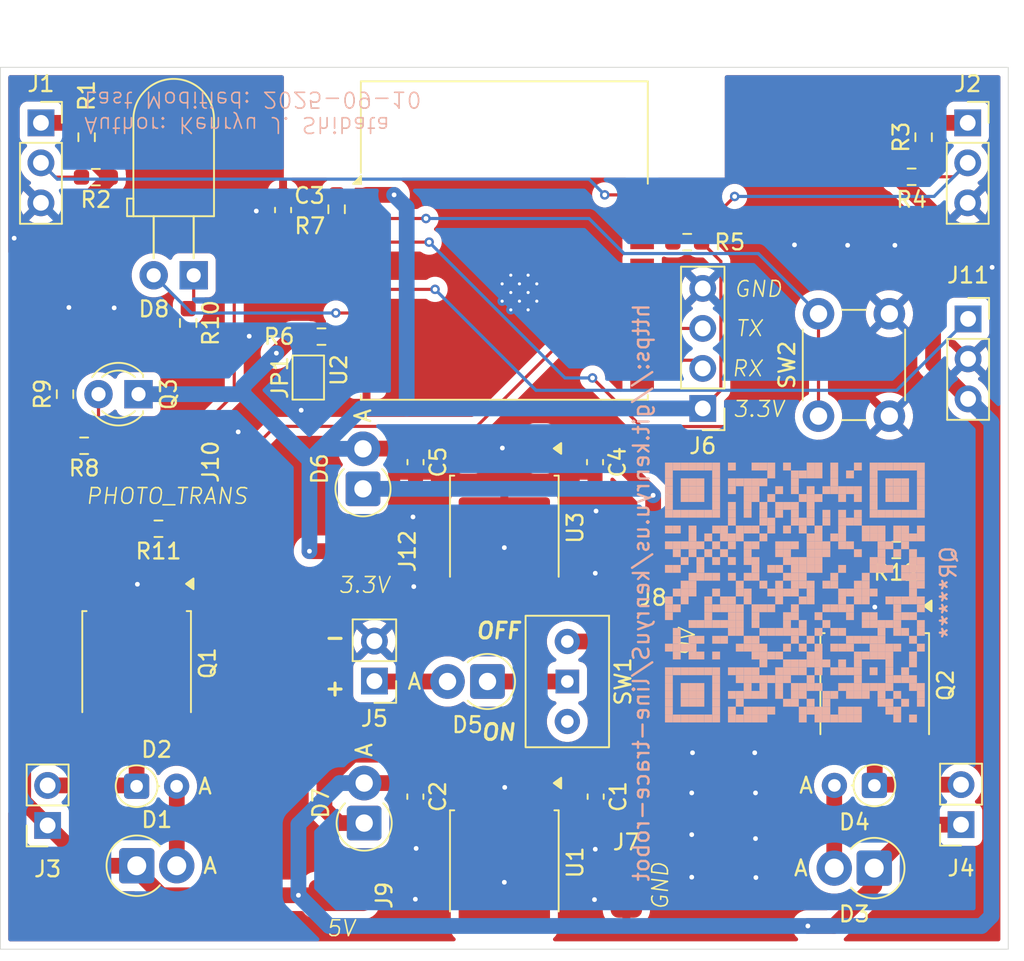
<source format=kicad_pcb>
(kicad_pcb
	(version 20241229)
	(generator "pcbnew")
	(generator_version "9.0")
	(general
		(thickness 1.6)
		(legacy_teardrops no)
	)
	(paper "A4")
	(layers
		(0 "F.Cu" signal)
		(2 "B.Cu" signal)
		(9 "F.Adhes" user "F.Adhesive")
		(11 "B.Adhes" user "B.Adhesive")
		(13 "F.Paste" user)
		(15 "B.Paste" user)
		(5 "F.SilkS" user "F.Silkscreen")
		(7 "B.SilkS" user "B.Silkscreen")
		(1 "F.Mask" user)
		(3 "B.Mask" user)
		(17 "Dwgs.User" user "User.Drawings")
		(19 "Cmts.User" user "User.Comments")
		(21 "Eco1.User" user "User.Eco1")
		(23 "Eco2.User" user "User.Eco2")
		(25 "Edge.Cuts" user)
		(27 "Margin" user)
		(31 "F.CrtYd" user "F.Courtyard")
		(29 "B.CrtYd" user "B.Courtyard")
		(35 "F.Fab" user)
		(33 "B.Fab" user)
		(39 "User.1" user)
		(41 "User.2" user)
		(43 "User.3" user)
		(45 "User.4" user)
	)
	(setup
		(stackup
			(layer "F.SilkS"
				(type "Top Silk Screen")
			)
			(layer "F.Paste"
				(type "Top Solder Paste")
			)
			(layer "F.Mask"
				(type "Top Solder Mask")
				(thickness 0.01)
			)
			(layer "F.Cu"
				(type "copper")
				(thickness 0.035)
			)
			(layer "dielectric 1"
				(type "core")
				(thickness 1.51)
				(material "FR4")
				(epsilon_r 4.5)
				(loss_tangent 0.02)
			)
			(layer "B.Cu"
				(type "copper")
				(thickness 0.035)
			)
			(layer "B.Mask"
				(type "Bottom Solder Mask")
				(thickness 0.01)
			)
			(layer "B.Paste"
				(type "Bottom Solder Paste")
			)
			(layer "B.SilkS"
				(type "Bottom Silk Screen")
			)
			(copper_finish "None")
			(dielectric_constraints no)
		)
		(pad_to_mask_clearance 0)
		(allow_soldermask_bridges_in_footprints no)
		(tenting front back)
		(pcbplotparams
			(layerselection 0x00000000_00000000_55555555_5755f5ff)
			(plot_on_all_layers_selection 0x00000000_00000000_00000000_00000000)
			(disableapertmacros no)
			(usegerberextensions no)
			(usegerberattributes yes)
			(usegerberadvancedattributes yes)
			(creategerberjobfile yes)
			(dashed_line_dash_ratio 12.000000)
			(dashed_line_gap_ratio 3.000000)
			(svgprecision 4)
			(plotframeref no)
			(mode 1)
			(useauxorigin no)
			(hpglpennumber 1)
			(hpglpenspeed 20)
			(hpglpendiameter 15.000000)
			(pdf_front_fp_property_popups yes)
			(pdf_back_fp_property_popups yes)
			(pdf_metadata yes)
			(pdf_single_document no)
			(dxfpolygonmode yes)
			(dxfimperialunits yes)
			(dxfusepcbnewfont yes)
			(psnegative no)
			(psa4output no)
			(plot_black_and_white yes)
			(sketchpadsonfab no)
			(plotpadnumbers no)
			(hidednponfab no)
			(sketchdnponfab yes)
			(crossoutdnponfab yes)
			(subtractmaskfromsilk no)
			(outputformat 1)
			(mirror no)
			(drillshape 0)
			(scaleselection 1)
			(outputdirectory "output/")
		)
	)
	(net 0 "")
	(net 1 "Net-(D1-A)")
	(net 2 "+5V")
	(net 3 "Net-(D2-K)")
	(net 4 "Vin_left")
	(net 5 "Vin_right")
	(net 6 "+9V")
	(net 7 "EN")
	(net 8 "GND")
	(net 9 "Net-(D3-A)")
	(net 10 "Net-(D4-K)")
	(net 11 "unconnected-(SW1-C-Pad3)")
	(net 12 "Net-(D5-K)")
	(net 13 "Net-(D5-A)")
	(net 14 "+3V3")
	(net 15 "IO7")
	(net 16 "Net-(D8-K)")
	(net 17 "IO0")
	(net 18 "IO1")
	(net 19 "IO20{slash}RXD")
	(net 20 "IO21{slash}TXD")
	(net 21 "IO5")
	(net 22 "IO6")
	(net 23 "IO9")
	(net 24 "IO3")
	(net 25 "IO4")
	(net 26 "IO2")
	(net 27 "IO8")
	(net 28 "Net-(R8-Pad2)")
	(net 29 "unconnected-(U2-IO19-Pad14)")
	(net 30 "unconnected-(U2-IO10-Pad10)")
	(net 31 "unconnected-(U2-IO18-Pad13)")
	(footprint "Capacitor_SMD:C_0603_1608Metric_Pad1.08x0.95mm_HandSolder" (layer "F.Cu") (at 37.8 46.3125 -90))
	(footprint "Diode_THT:D_DO-41_SOD81_P2.54mm_Vertical_AnodeUp" (layer "F.Cu") (at 23.1 47.99 90))
	(footprint "Capacitor_SMD:C_0603_1608Metric_Pad1.08x0.95mm_HandSolder" (layer "F.Cu") (at 26.35 46.3125 -90))
	(footprint "Resistor_SMD:R_0603_1608Metric_Pad0.98x0.95mm_HandSolder" (layer "F.Cu") (at 21.35 9.0125 -90))
	(footprint "Resistor_SMD:R_0603_1608Metric_Pad0.98x0.95mm_HandSolder" (layer "F.Cu") (at 57.8625 6.95))
	(footprint "Connector_Wire:SolderWirePad_1x01_SMD_2x4mm" (layer "F.Cu") (at 23.05 30.725 -90))
	(footprint "Connector_PinSocket_2.54mm:PinSocket_1x02_P2.54mm_Vertical" (layer "F.Cu") (at 3 48.14 180))
	(footprint "Connector_Wire:SolderWirePad_1x01_SMD_2x4mm" (layer "F.Cu") (at 10.55 25.05 -90))
	(footprint "LED_THT:LED_D3.0mm_Clear" (layer "F.Cu") (at 8.77 20.755 180))
	(footprint "Resistor_SMD:R_0603_1608Metric_Pad0.98x0.95mm_HandSolder" (layer "F.Cu") (at 11.925 16.2375 -90))
	(footprint "Connector_PinSocket_2.54mm:PinSocket_1x03_P2.54mm_Vertical" (layer "F.Cu") (at 2.575 3.525))
	(footprint "Resistor_SMD:R_0603_1608Metric_Pad0.98x0.95mm_HandSolder" (layer "F.Cu") (at 5.3175 24.03 180))
	(footprint "Package_TO_SOT_SMD:TO-252-2" (layer "F.Cu") (at 55.52 39.24 -90))
	(footprint "RF_Module:ESP32-C3-WROOM-02" (layer "F.Cu") (at 32 14.1))
	(footprint "Connector_PinSocket_2.54mm:PinSocket_1x02_P2.54mm_Vertical" (layer "F.Cu") (at 61 48.09 180))
	(footprint "Package_TO_SOT_SMD:TO-252-2" (layer "F.Cu") (at 32 50.49 -90))
	(footprint "Resistor_SMD:R_0603_1608Metric_Pad0.98x0.95mm_HandSolder" (layer "F.Cu") (at 4.105 20.755 90))
	(footprint "Diode_THT:D_DO-15_P2.54mm_Vertical_AnodeUp" (layer "F.Cu") (at 8.66 50.7))
	(footprint "Resistor_SMD:R_0603_1608Metric_Pad0.98x0.95mm_HandSolder" (layer "F.Cu") (at 10.0375 29.3 180))
	(footprint "Library:SW_Slide-03_2MS1-T1-B4-M2-Q-E_P2.54mm" (layer "F.Cu") (at 36 39 -90))
	(footprint "Connector_PinSocket_2.54mm:PinSocket_1x03_P2.54mm_Vertical" (layer "F.Cu") (at 61.45 15.975))
	(footprint "Resistor_SMD:R_0603_1608Metric_Pad0.98x0.95mm_HandSolder" (layer "F.Cu") (at 6.0625 6.975 180))
	(footprint "Capacitor_SMD:C_0603_1608Metric_Pad1.08x0.95mm_HandSolder" (layer "F.Cu") (at 37.76 25.0725 -90))
	(footprint "Connector_Wire:SolderWirePad_1x01_SMD_2x4mm" (layer "F.Cu") (at 39.75 52))
	(footprint "Package_TO_SOT_SMD:TO-252-2" (layer "F.Cu") (at 32 29.24 -90))
	(footprint "Diode_THT:D_DO-41_SOD81_P2.54mm_Vertical_AnodeUp" (layer "F.Cu") (at 30.93 39 180))
	(footprint "Diode_THT:D_DO-35_SOD27_P2.54mm_Vertical_AnodeUp" (layer "F.Cu") (at 55.5 45.6 180))
	(footprint "Connector_Wire:SolderWirePad_1x01_SMD_2x4mm" (layer "F.Cu") (at 21.575 52.575 -90))
	(footprint "Diode_THT:D_DO-15_P2.54mm_Vertical_AnodeUp" (layer "F.Cu") (at 55.49 50.85 180))
	(footprint "Jumper:SolderJumper-2_P1.3mm_Open_Pad1.0x1.5mm" (layer "F.Cu") (at 19.55 19.7 90))
	(footprint "Resistor_SMD:R_0603_1608Metric_Pad0.98x0.95mm_HandSolder" (layer "F.Cu") (at 58.625 4.4375 90))
	(footprint "Resistor_SMD:R_0603_1608Metric_Pad0.98x0.95mm_HandSolder" (layer "F.Cu") (at 20.3875 17.1))
	(footprint "Capacitor_SMD:C_0603_1608Metric_Pad1.08x0.95mm_HandSolder" (layer "F.Cu") (at 26.36 25.0725 -90))
	(footprint "Diode_THT:D_DO-35_SOD27_P2.54mm_Vertical_AnodeUp" (layer "F.Cu") (at 8.65 45.65))
	(footprint "Resistor_SMD:R_0603_1608Metric_Pad0.98x0.95mm_HandSolder" (layer "F.Cu") (at 5.475 4.4375 90))
	(footprint "LED_THT:LED_D5.0mm_Horizontal_O3.81mm_Z3.0mm" (layer "F.Cu") (at 12.275 13.205 180))
	(footprint "Button_Switch_THT:SW_PUSH_6mm" (layer "F.Cu") (at 51.95 22.15 90))
	(footprint "Connector_PinHeader_2.54mm:PinHeader_1x02_P2.54mm_Vertical" (layer "F.Cu") (at 23.75 38.975 180))
	(footprint "Connector_Wire:SolderWirePad_1x01_SMD_2x4mm" (layer "F.Cu") (at 41.45 36.475))
	(footprint "Resistor_SMD:R_0603_1608Metric_Pad0.98x0.95mm_HandSolder" (layer "F.Cu") (at 56.8875 30.65 180))
	(footprint "Diode_THT:D_DO-41_SOD81_P2.54mm_Vertical_AnodeUp" (layer "F.Cu") (at 23.025 26.765 90))
	(footprint "Package_TO_SOT_SMD:TO-252-2" (layer "F.Cu") (at 8.65 37.84 -90))
	(footprint "Connector_PinHeader_2.54mm:PinHeader_1x04_P2.54mm_Vertical"
		(layer "F.Cu")
		(uuid "f18550d6-dbdd-436f-b9b3-00665d1b6992")
		(at 44.6 21.66 180)
		(descr "Through hole straight pin header, 1x04, 2.54mm pitch, single row")
		(tags "Through hole pin header THT 1x04 2.54mm single row")
		(property "Reference" "J6"
			(at 0 -2.38 0)
			(layer "F.SilkS")
			(uuid "6986c7cb-116e-4300-b624-5396fc99eda3")
			(effects
				(font
					(size 1 1)
					(thickness 0.15)
				)
			)
		)
		(property "Value" "SERIAL"
			(at 0 10 0)
			(layer "F.Fab")
			(uuid "a4ccc301-9314-45d8-9902-3b40cc9e494d")
			(effects
				(font
					(size 1 1)
					(thickness 0.15)
				)
			)
		)
		(property "Datasheet" "~"
			(at 0 0 0)
			(layer "F.Fab")
			(hide yes)
			(uuid "514c9017-6b69-4658-b0e7-b48e1ea991bd")
			(effects
				(font
					(size 1.27 1.27)
					(thickness 0.15)
				)
			)
		)
		(property "Description" "Generic connector, single row, 01x04, script generated"
			(at 0 0 0)
			(layer "F.Fab")
			(hide yes)
			(uuid "da6ac181-d3f2-4cf2-a7a3-da703a7af426")
			(effects
				(font
					(size 1.27 1.27)
					(thickness 0.15)
				)
			)
		)
		(property ki_fp_filters "Connector*:*_1x??_*")
		(path "/5b2a4eda-5944-46b4-8e2f-b07d6585abcd")
		(sheetname "/")
		(sheetfile "ltr.kicad_sch")
		(attr through_hole)
		(fp_line
			(start 1.38 1.27)
			(end 1.38 9)
			(stroke
				(width 0.12)
				(type solid)
			)
			(layer "F.SilkS")
			(uuid "03962a93-7cf3-461b-95e8-9ea7969cab24")
		)
		(fp_line
			(start -1.38 9)
			(end 1.38 9)
			(stroke
				(width 0.12)
				(type solid)
			)
			(layer "F.SilkS")
			(uuid "5e32e7cc-3c3c-4cda-9aae-e19b4a9737f7")
		)
		(fp_line
			(start -1.38 1.27)
			(end 1.38 1.27)
			(stroke
				(width 0.12)
				(type solid)
			)
			(layer "F.SilkS")
			(uuid "0d0a088c-a07b-47e2-af31-b3238e96c4b1")
		)
		(fp_line
			(start -1.38 1.27)
			(end -1.38 9)
			(stroke
				(width 0.12)
				(type solid)
			)
			(layer "F.SilkS")
			(uuid "6155d78f-9e3b-4e68-8525-e56e757f85f5")
		)
		(fp_line
			(start -1.38 0)
			(end -1.38 -1.38)
			(stroke
				(width 0.12)
				(type solid)
			)
			(layer "F.SilkS")
			(uuid "81a4d6f6-eb23-46bd-b06c-8d20f405afa3")
		)
		(fp_line
			(start -1.38 -1.38)
			(end 0 -1.38)
			(stroke
				(width 0.12)
				(type solid)
			)
			(layer "F.SilkS")
			(uuid "378413e4-37ad-45ef-99f5-21673abf7b79")
		)
		(fp_line
			(start 1.77 9.39)
			(end 1.77 -1.77)
			(stroke
				(width 0.05)
				(type solid)
			)
			(layer "F.CrtYd")
			(uuid "35731b71-2a32-4957-a040-17ab2772585e")
		)
		(fp_line
			(start 1.77 -1.77)
			(end -1.77 -1.77)
			(stroke
				(width 0.05)
				(type solid)
			)
			(layer "F.CrtYd")
			(uuid "f03b979e-ae3d-468c-84b3-d8e0ca9f4093")
		)
		(fp_line
			(start -1.77 9.39)
			(end 1.77 9.39)
			(stroke
				(width 0.05)
				(type solid)
			)
			(layer "F.CrtYd")
			(uuid "6f0292f9-fb17-4c97-a13f-fcbb537a367b")
		)
		(fp_line
			(start -1.77 -1.77)
			(end -1.77 9.39)
			(stroke
				(width 0.05)
				(type solid)
			)
			(layer "F.CrtYd")
			(uuid "72ca4e85-734c-489f-a43b-dffa7839ece1")
		)
		(fp_line
			(start 1.27 8.89)
			(end -1.27 8.89)
			(stroke
				(width 0.1)
				(type solid)
			)
			(layer "F.Fab")
			(uuid "5e87e26c-2aa7-4e82-9993-eafa473952b1")
		)
		(fp_line
			(start 1.27 -1.27)
			(end 1.27 8.89)
			(stroke
				(width 0.1)
				(type solid)
			)
			(layer "F.Fab")
			(uuid "1ebe8fbd-0352-4660-aeda-1da83475ecef")
		)
		(fp_line
			(start -0.635 -1.27)
			(end 1.27 -1.27)
			(stroke
				(width 0.1)
				(type solid)
			)
			(layer "F.Fab")
			(uuid "4406beb9-3a8d-412e-a060-ce2e3f08a94e")
		)
		(fp_line
			(start -1.27 8.89)
			(end -1.27 -0.635)
			(stroke
				(width 0.1)
				(type solid)
			)
			(layer "F.Fab")
			(uuid "6b84f71d-23d8-4662-88fc-dc137b7261b9")
		)
		(fp_line
			(start -1.27 -0.635)
			(end -0.635 -1.27)
			(stroke
				(width 0.1)
				(type solid)
			)
			(layer "F.Fab")
			(uuid "e56b5dd5-825c-4654-b18b-9d9eba19a379")
		)
		(fp_text user "${REFERENCE}"
			(at 0 3.81 90)
			(layer "F.Fab")
			(uuid "96ba471f-fbc3-4faa-9fa9-949fc3863660")
			(effects
				(font
					(size 1 1)
					(thickness 0.15)
				)
			)
		)
		(pad "1" thru_hole rect
			(at 0 0 180)
			(size 1.7 1.7)
			(drill 1)
			(layers "*.Cu" "*.Mask")
			(remove_unused_layers no)
			(net 14 "+3V3")
			(pinfunction "Pin_1")
			(pintype "passive")
			(uuid "528ef1dc-6042-43b4-a418-262c190a666d")
		)
		(pad "2" thru_hole circle
			(at 0 2.54 180)
			(size 1.7 1.7)
			(drill 1)
			(layers "*.Cu" "*.Mask")
			(remove_unused_layers no)
			(net 19 "IO20{slash}RXD")
			(pinfunction "Pin_2")
			(pintype "passive")
			(uuid "cb3a3ec6-8a65-43cf-a285-aed2517489be")
		)
		(pad "3" thru_hole circle
			(at 0 5.08 180)
			(size 1.7 1.7)
			(drill 1)
			(layers "*.Cu" "*.Mask")
			(remove_unused_layers no)
			(net 20 "IO21{slash}TXD")
			(pinfunction "Pin_3")
			(pintype "passive")
			(uuid "b0429c40-976d-411c-8279-4880513c22b2")
		)
		(pad "4" thru_hole circle
			(at 0 7.62 180)
			(size 1.7 1.7)
			(drill 1)
			(layers "*.Cu" "*.Mask")
			(remove_unused_layers no)
			
... [343918 chars truncated]
</source>
